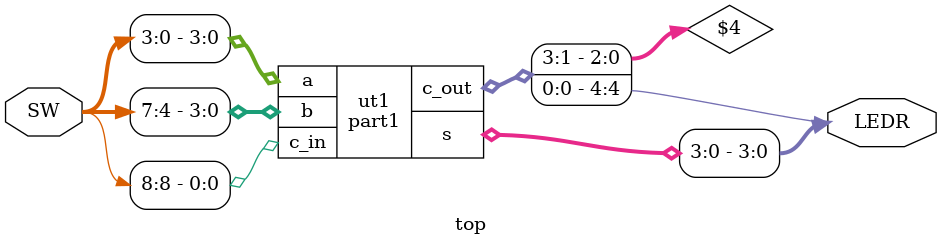
<source format=sv>

module part1(input logic [3:0] a, b, input logic c_in,
output logic [3:0] s, c_out);
    logic c1, c2, c3, c_final;

    assign c_out = {c_final, c3, c2, c1};

    full_adder u1(a[0],b[0],c_in,    s[0],c1);
    full_adder u2(a[1],b[1],c1,      s[1],c2);
    full_adder u3(a[2],b[2],c2,      s[2],c3);
    full_adder u4(a[3],b[3],c3,      s[3],c_final);


endmodule

module full_adder(input logic a, b, c_in, output logic s, c_out);
    logic y;
    assign y = a^b;
    assign s = y^c_in;
    assign c_out = y ? c_in : b; 
        

endmodule


//module part1(input logic [3:0] a, b, input logic c_in,
//output logic [3:0] s, c_out);
    //logic c1, c2, c3;

   // full_adder u1(a[0],b[0],c_in,    s[0],c1);
    //full_adder u2(a[1],b[1],c1,      s[1],c2);
    //full_adder u3(a[2],b[2],c2,      s[2],c3);
    //full_adder u4(a[3],b[3],c3,      s[3],c_out);

//endmodule


module top(LEDR, SW);
    input logic [9:0] SW;
    output logic [9:0] LEDR;

    part1 ut1(
        .a(SW[3:0]),
        .b(SW[7:4]),
        .c_in(SW[8]),
        .s(LEDR[3:0]),
        .c_out(LEDR[4])
    );
endmodule

</source>
